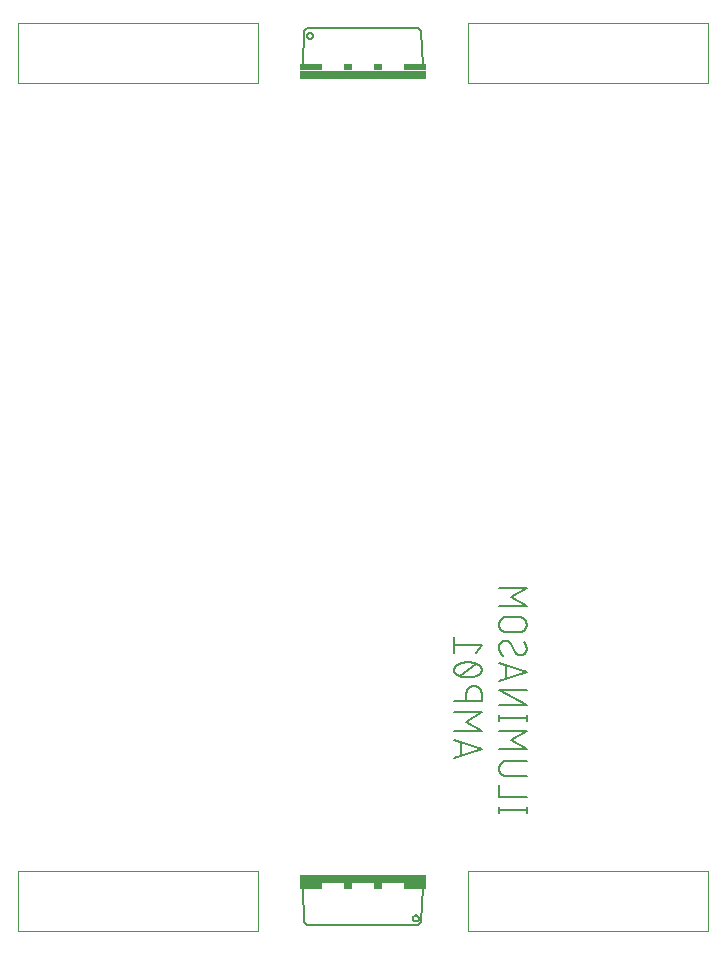
<source format=gbr>
G04 EAGLE Gerber RS-274X export*
G75*
%MOMM*%
%FSLAX34Y34*%
%LPD*%
%INSilkscreen Bottom*%
%IPPOS*%
%AMOC8*
5,1,8,0,0,1.08239X$1,22.5*%
G01*
%ADD10C,0.203200*%
%ADD11C,0.152400*%
%ADD12R,10.668000X0.762000*%
%ADD13R,1.905000X0.508000*%
%ADD14R,0.762000X0.508000*%
%ADD15C,0.101600*%


D10*
X468884Y143312D02*
X445516Y143312D01*
X445516Y140716D02*
X445516Y145909D01*
X468884Y145909D02*
X468884Y140716D01*
X468884Y154245D02*
X445516Y154245D01*
X445516Y164630D01*
X452007Y172315D02*
X468884Y172315D01*
X452007Y172315D02*
X451848Y172317D01*
X451689Y172323D01*
X451529Y172333D01*
X451371Y172346D01*
X451212Y172364D01*
X451055Y172385D01*
X450897Y172411D01*
X450741Y172440D01*
X450585Y172473D01*
X450430Y172510D01*
X450276Y172550D01*
X450123Y172595D01*
X449971Y172643D01*
X449820Y172694D01*
X449671Y172750D01*
X449523Y172809D01*
X449377Y172872D01*
X449232Y172938D01*
X449089Y173008D01*
X448947Y173081D01*
X448808Y173158D01*
X448670Y173238D01*
X448534Y173322D01*
X448401Y173409D01*
X448269Y173499D01*
X448140Y173592D01*
X448014Y173689D01*
X447889Y173788D01*
X447767Y173891D01*
X447648Y173996D01*
X447531Y174105D01*
X447417Y174216D01*
X447306Y174330D01*
X447197Y174447D01*
X447092Y174566D01*
X446989Y174688D01*
X446890Y174813D01*
X446793Y174939D01*
X446700Y175068D01*
X446610Y175200D01*
X446523Y175333D01*
X446439Y175469D01*
X446359Y175607D01*
X446282Y175746D01*
X446209Y175888D01*
X446139Y176031D01*
X446073Y176176D01*
X446010Y176322D01*
X445951Y176470D01*
X445895Y176619D01*
X445844Y176770D01*
X445796Y176922D01*
X445751Y177075D01*
X445711Y177229D01*
X445674Y177384D01*
X445641Y177540D01*
X445612Y177696D01*
X445586Y177854D01*
X445565Y178011D01*
X445547Y178170D01*
X445534Y178328D01*
X445524Y178488D01*
X445518Y178647D01*
X445516Y178806D01*
X445518Y178965D01*
X445524Y179124D01*
X445534Y179284D01*
X445547Y179442D01*
X445565Y179601D01*
X445586Y179758D01*
X445612Y179916D01*
X445641Y180072D01*
X445674Y180228D01*
X445711Y180383D01*
X445751Y180537D01*
X445796Y180690D01*
X445844Y180842D01*
X445895Y180993D01*
X445951Y181142D01*
X446010Y181290D01*
X446073Y181436D01*
X446139Y181581D01*
X446209Y181724D01*
X446282Y181866D01*
X446359Y182005D01*
X446439Y182143D01*
X446523Y182279D01*
X446610Y182412D01*
X446700Y182544D01*
X446793Y182673D01*
X446890Y182799D01*
X446989Y182924D01*
X447092Y183046D01*
X447197Y183165D01*
X447306Y183282D01*
X447417Y183396D01*
X447531Y183507D01*
X447648Y183616D01*
X447767Y183721D01*
X447889Y183824D01*
X448014Y183923D01*
X448140Y184020D01*
X448269Y184113D01*
X448401Y184203D01*
X448534Y184290D01*
X448670Y184374D01*
X448808Y184454D01*
X448947Y184531D01*
X449089Y184604D01*
X449232Y184674D01*
X449377Y184740D01*
X449523Y184803D01*
X449671Y184862D01*
X449820Y184918D01*
X449971Y184969D01*
X450123Y185017D01*
X450276Y185062D01*
X450430Y185102D01*
X450585Y185139D01*
X450741Y185172D01*
X450897Y185201D01*
X451055Y185227D01*
X451212Y185248D01*
X451371Y185266D01*
X451529Y185279D01*
X451689Y185289D01*
X451848Y185295D01*
X452007Y185297D01*
X468884Y185297D01*
X468884Y194680D02*
X445516Y194680D01*
X455902Y202469D02*
X468884Y194680D01*
X455902Y202469D02*
X468884Y210258D01*
X445516Y210258D01*
X445516Y221260D02*
X468884Y221260D01*
X445516Y218663D02*
X445516Y223856D01*
X468884Y223856D02*
X468884Y218663D01*
X468884Y232168D02*
X445516Y232168D01*
X445516Y245150D02*
X468884Y232168D01*
X468884Y245150D02*
X445516Y245150D01*
X445516Y252444D02*
X468884Y260233D01*
X445516Y268023D01*
X451358Y266075D02*
X451358Y254391D01*
X445516Y281715D02*
X445518Y281858D01*
X445524Y282001D01*
X445534Y282144D01*
X445548Y282286D01*
X445565Y282428D01*
X445587Y282570D01*
X445612Y282711D01*
X445642Y282851D01*
X445675Y282990D01*
X445712Y283128D01*
X445753Y283265D01*
X445797Y283401D01*
X445846Y283536D01*
X445898Y283669D01*
X445953Y283801D01*
X446013Y283931D01*
X446076Y284060D01*
X446142Y284187D01*
X446212Y284312D01*
X446285Y284434D01*
X446362Y284555D01*
X446442Y284674D01*
X446525Y284790D01*
X446611Y284905D01*
X446700Y285016D01*
X446793Y285126D01*
X446888Y285232D01*
X446987Y285336D01*
X447088Y285437D01*
X447192Y285536D01*
X447298Y285631D01*
X447408Y285724D01*
X447519Y285813D01*
X447634Y285899D01*
X447750Y285982D01*
X447869Y286062D01*
X447990Y286139D01*
X448113Y286212D01*
X448237Y286282D01*
X448364Y286348D01*
X448493Y286411D01*
X448623Y286471D01*
X448755Y286526D01*
X448888Y286578D01*
X449023Y286627D01*
X449159Y286671D01*
X449296Y286712D01*
X449434Y286749D01*
X449573Y286782D01*
X449713Y286812D01*
X449854Y286837D01*
X449996Y286859D01*
X450138Y286876D01*
X450280Y286890D01*
X450423Y286900D01*
X450566Y286906D01*
X450709Y286908D01*
X445516Y281715D02*
X445519Y281453D01*
X445529Y281190D01*
X445544Y280928D01*
X445566Y280667D01*
X445594Y280406D01*
X445629Y280146D01*
X445670Y279886D01*
X445716Y279628D01*
X445769Y279371D01*
X445829Y279115D01*
X445894Y278861D01*
X445965Y278608D01*
X446042Y278358D01*
X446126Y278109D01*
X446215Y277862D01*
X446310Y277617D01*
X446411Y277375D01*
X446518Y277135D01*
X446630Y276898D01*
X446748Y276664D01*
X446872Y276432D01*
X447001Y276204D01*
X447136Y275978D01*
X447276Y275756D01*
X447421Y275537D01*
X447571Y275322D01*
X447727Y275111D01*
X447887Y274903D01*
X448053Y274699D01*
X448223Y274500D01*
X448398Y274304D01*
X448577Y274113D01*
X448762Y273926D01*
X463691Y274574D02*
X463834Y274576D01*
X463977Y274582D01*
X464120Y274592D01*
X464262Y274606D01*
X464404Y274623D01*
X464546Y274645D01*
X464687Y274670D01*
X464827Y274700D01*
X464966Y274733D01*
X465104Y274770D01*
X465241Y274811D01*
X465377Y274855D01*
X465512Y274904D01*
X465645Y274956D01*
X465777Y275011D01*
X465907Y275071D01*
X466036Y275134D01*
X466163Y275200D01*
X466288Y275270D01*
X466410Y275343D01*
X466531Y275420D01*
X466650Y275500D01*
X466766Y275583D01*
X466881Y275669D01*
X466992Y275758D01*
X467102Y275851D01*
X467208Y275946D01*
X467312Y276045D01*
X467413Y276146D01*
X467512Y276250D01*
X467607Y276356D01*
X467700Y276466D01*
X467789Y276577D01*
X467875Y276692D01*
X467959Y276808D01*
X468038Y276927D01*
X468115Y277048D01*
X468188Y277171D01*
X468258Y277295D01*
X468324Y277422D01*
X468387Y277551D01*
X468447Y277681D01*
X468502Y277813D01*
X468554Y277946D01*
X468603Y278081D01*
X468647Y278217D01*
X468688Y278354D01*
X468725Y278492D01*
X468758Y278631D01*
X468788Y278771D01*
X468813Y278912D01*
X468835Y279054D01*
X468852Y279196D01*
X468866Y279338D01*
X468876Y279481D01*
X468882Y279624D01*
X468884Y279767D01*
X468881Y279999D01*
X468873Y280231D01*
X468859Y280463D01*
X468840Y280694D01*
X468815Y280925D01*
X468785Y281155D01*
X468749Y281384D01*
X468708Y281612D01*
X468661Y281840D01*
X468609Y282066D01*
X468551Y282291D01*
X468488Y282514D01*
X468420Y282736D01*
X468347Y282956D01*
X468268Y283174D01*
X468185Y283391D01*
X468096Y283605D01*
X468002Y283817D01*
X467903Y284027D01*
X467799Y284235D01*
X467690Y284439D01*
X467576Y284642D01*
X467457Y284841D01*
X467334Y285038D01*
X467206Y285231D01*
X467074Y285422D01*
X466937Y285609D01*
X459147Y277170D02*
X459222Y277047D01*
X459300Y276926D01*
X459382Y276807D01*
X459466Y276691D01*
X459554Y276577D01*
X459645Y276465D01*
X459739Y276355D01*
X459836Y276249D01*
X459936Y276145D01*
X460038Y276044D01*
X460144Y275945D01*
X460252Y275850D01*
X460362Y275757D01*
X460475Y275668D01*
X460591Y275582D01*
X460708Y275498D01*
X460828Y275419D01*
X460950Y275342D01*
X461074Y275269D01*
X461200Y275199D01*
X461328Y275133D01*
X461458Y275070D01*
X461589Y275011D01*
X461722Y274955D01*
X461857Y274903D01*
X461993Y274855D01*
X462130Y274810D01*
X462268Y274770D01*
X462407Y274733D01*
X462547Y274699D01*
X462688Y274670D01*
X462830Y274645D01*
X462973Y274623D01*
X463116Y274605D01*
X463259Y274592D01*
X463403Y274582D01*
X463547Y274576D01*
X463691Y274574D01*
X455253Y284311D02*
X455178Y284434D01*
X455100Y284555D01*
X455018Y284674D01*
X454934Y284790D01*
X454846Y284904D01*
X454755Y285016D01*
X454661Y285125D01*
X454564Y285232D01*
X454464Y285336D01*
X454362Y285437D01*
X454256Y285536D01*
X454148Y285631D01*
X454038Y285724D01*
X453925Y285813D01*
X453810Y285899D01*
X453692Y285982D01*
X453572Y286062D01*
X453450Y286139D01*
X453326Y286212D01*
X453200Y286282D01*
X453072Y286348D01*
X452942Y286411D01*
X452811Y286470D01*
X452678Y286526D01*
X452543Y286578D01*
X452407Y286626D01*
X452270Y286671D01*
X452132Y286711D01*
X451993Y286748D01*
X451853Y286782D01*
X451712Y286811D01*
X451570Y286836D01*
X451427Y286858D01*
X451284Y286876D01*
X451141Y286889D01*
X450997Y286899D01*
X450853Y286905D01*
X450709Y286907D01*
X455253Y284311D02*
X459147Y277171D01*
X462393Y294108D02*
X452007Y294108D01*
X462393Y294108D02*
X462552Y294110D01*
X462711Y294116D01*
X462871Y294126D01*
X463029Y294139D01*
X463188Y294157D01*
X463345Y294178D01*
X463503Y294204D01*
X463659Y294233D01*
X463815Y294266D01*
X463970Y294303D01*
X464124Y294343D01*
X464277Y294388D01*
X464429Y294436D01*
X464580Y294487D01*
X464729Y294543D01*
X464877Y294602D01*
X465023Y294665D01*
X465168Y294731D01*
X465311Y294801D01*
X465453Y294874D01*
X465592Y294951D01*
X465730Y295031D01*
X465866Y295115D01*
X465999Y295202D01*
X466131Y295292D01*
X466260Y295385D01*
X466386Y295482D01*
X466511Y295581D01*
X466633Y295684D01*
X466752Y295789D01*
X466869Y295898D01*
X466983Y296009D01*
X467094Y296123D01*
X467203Y296240D01*
X467308Y296359D01*
X467411Y296481D01*
X467510Y296606D01*
X467607Y296732D01*
X467700Y296861D01*
X467790Y296993D01*
X467877Y297126D01*
X467961Y297262D01*
X468041Y297400D01*
X468118Y297539D01*
X468191Y297681D01*
X468261Y297824D01*
X468327Y297969D01*
X468390Y298115D01*
X468449Y298263D01*
X468505Y298412D01*
X468556Y298563D01*
X468604Y298715D01*
X468649Y298868D01*
X468689Y299022D01*
X468726Y299177D01*
X468759Y299333D01*
X468788Y299489D01*
X468814Y299647D01*
X468835Y299804D01*
X468853Y299963D01*
X468866Y300121D01*
X468876Y300281D01*
X468882Y300440D01*
X468884Y300599D01*
X468882Y300758D01*
X468876Y300917D01*
X468866Y301077D01*
X468853Y301235D01*
X468835Y301394D01*
X468814Y301551D01*
X468788Y301709D01*
X468759Y301865D01*
X468726Y302021D01*
X468689Y302176D01*
X468649Y302330D01*
X468604Y302483D01*
X468556Y302635D01*
X468505Y302786D01*
X468449Y302935D01*
X468390Y303083D01*
X468327Y303229D01*
X468261Y303374D01*
X468191Y303517D01*
X468118Y303659D01*
X468041Y303798D01*
X467961Y303936D01*
X467877Y304072D01*
X467790Y304205D01*
X467700Y304337D01*
X467607Y304466D01*
X467510Y304592D01*
X467411Y304717D01*
X467308Y304839D01*
X467203Y304958D01*
X467094Y305075D01*
X466983Y305189D01*
X466869Y305300D01*
X466752Y305409D01*
X466633Y305514D01*
X466511Y305617D01*
X466386Y305716D01*
X466260Y305813D01*
X466131Y305906D01*
X465999Y305996D01*
X465866Y306083D01*
X465730Y306167D01*
X465592Y306247D01*
X465453Y306324D01*
X465311Y306397D01*
X465168Y306467D01*
X465023Y306533D01*
X464877Y306596D01*
X464729Y306655D01*
X464580Y306711D01*
X464429Y306762D01*
X464277Y306810D01*
X464124Y306855D01*
X463970Y306895D01*
X463815Y306932D01*
X463659Y306965D01*
X463503Y306994D01*
X463345Y307020D01*
X463188Y307041D01*
X463029Y307059D01*
X462871Y307072D01*
X462711Y307082D01*
X462552Y307088D01*
X462393Y307090D01*
X452007Y307090D01*
X451848Y307088D01*
X451689Y307082D01*
X451529Y307072D01*
X451371Y307059D01*
X451212Y307041D01*
X451055Y307020D01*
X450897Y306994D01*
X450741Y306965D01*
X450585Y306932D01*
X450430Y306895D01*
X450276Y306855D01*
X450123Y306810D01*
X449971Y306762D01*
X449820Y306711D01*
X449671Y306655D01*
X449523Y306596D01*
X449377Y306533D01*
X449232Y306467D01*
X449089Y306397D01*
X448947Y306324D01*
X448808Y306247D01*
X448670Y306167D01*
X448534Y306083D01*
X448401Y305996D01*
X448269Y305906D01*
X448140Y305813D01*
X448014Y305716D01*
X447889Y305617D01*
X447767Y305514D01*
X447648Y305409D01*
X447531Y305300D01*
X447417Y305189D01*
X447306Y305075D01*
X447197Y304958D01*
X447092Y304839D01*
X446989Y304717D01*
X446890Y304592D01*
X446793Y304466D01*
X446700Y304337D01*
X446610Y304205D01*
X446523Y304072D01*
X446439Y303936D01*
X446359Y303798D01*
X446282Y303659D01*
X446209Y303517D01*
X446139Y303374D01*
X446073Y303229D01*
X446010Y303083D01*
X445951Y302935D01*
X445895Y302786D01*
X445844Y302635D01*
X445796Y302483D01*
X445751Y302330D01*
X445711Y302176D01*
X445674Y302021D01*
X445641Y301865D01*
X445612Y301709D01*
X445586Y301551D01*
X445565Y301394D01*
X445547Y301235D01*
X445534Y301077D01*
X445524Y300917D01*
X445518Y300758D01*
X445516Y300599D01*
X445518Y300440D01*
X445524Y300281D01*
X445534Y300121D01*
X445547Y299963D01*
X445565Y299804D01*
X445586Y299647D01*
X445612Y299489D01*
X445641Y299333D01*
X445674Y299177D01*
X445711Y299022D01*
X445751Y298868D01*
X445796Y298715D01*
X445844Y298563D01*
X445895Y298412D01*
X445951Y298263D01*
X446010Y298115D01*
X446073Y297969D01*
X446139Y297824D01*
X446209Y297681D01*
X446282Y297539D01*
X446359Y297400D01*
X446439Y297262D01*
X446523Y297126D01*
X446610Y296993D01*
X446700Y296861D01*
X446793Y296732D01*
X446890Y296606D01*
X446989Y296481D01*
X447092Y296359D01*
X447197Y296240D01*
X447306Y296123D01*
X447417Y296009D01*
X447531Y295898D01*
X447648Y295789D01*
X447767Y295684D01*
X447889Y295581D01*
X448014Y295482D01*
X448140Y295385D01*
X448269Y295292D01*
X448401Y295202D01*
X448534Y295115D01*
X448670Y295031D01*
X448808Y294951D01*
X448947Y294874D01*
X449089Y294801D01*
X449232Y294731D01*
X449377Y294665D01*
X449523Y294602D01*
X449671Y294543D01*
X449820Y294487D01*
X449971Y294436D01*
X450123Y294388D01*
X450276Y294343D01*
X450430Y294303D01*
X450585Y294266D01*
X450741Y294233D01*
X450897Y294204D01*
X451055Y294178D01*
X451212Y294157D01*
X451371Y294139D01*
X451529Y294126D01*
X451689Y294116D01*
X451848Y294110D01*
X452007Y294108D01*
X445516Y315776D02*
X468884Y315776D01*
X455902Y323566D01*
X468884Y331355D01*
X445516Y331355D01*
X430784Y195322D02*
X407416Y187533D01*
X407416Y203111D02*
X430784Y195322D01*
X413258Y201164D02*
X413258Y189480D01*
X407416Y210499D02*
X430784Y210499D01*
X417802Y218289D01*
X430784Y226078D01*
X407416Y226078D01*
X407416Y235608D02*
X430784Y235608D01*
X430784Y242099D01*
X430782Y242258D01*
X430776Y242417D01*
X430766Y242577D01*
X430753Y242735D01*
X430735Y242894D01*
X430714Y243051D01*
X430688Y243209D01*
X430659Y243365D01*
X430626Y243521D01*
X430589Y243676D01*
X430549Y243830D01*
X430504Y243983D01*
X430456Y244135D01*
X430405Y244286D01*
X430349Y244435D01*
X430290Y244583D01*
X430227Y244729D01*
X430161Y244874D01*
X430091Y245017D01*
X430018Y245159D01*
X429941Y245298D01*
X429861Y245436D01*
X429777Y245572D01*
X429690Y245705D01*
X429600Y245837D01*
X429507Y245966D01*
X429410Y246092D01*
X429311Y246217D01*
X429208Y246339D01*
X429103Y246458D01*
X428994Y246575D01*
X428883Y246689D01*
X428769Y246800D01*
X428652Y246909D01*
X428533Y247014D01*
X428411Y247117D01*
X428286Y247216D01*
X428160Y247313D01*
X428031Y247406D01*
X427899Y247496D01*
X427766Y247583D01*
X427630Y247667D01*
X427492Y247747D01*
X427353Y247824D01*
X427211Y247897D01*
X427068Y247967D01*
X426923Y248033D01*
X426777Y248096D01*
X426629Y248155D01*
X426480Y248211D01*
X426329Y248262D01*
X426177Y248310D01*
X426024Y248355D01*
X425870Y248395D01*
X425715Y248432D01*
X425559Y248465D01*
X425403Y248494D01*
X425245Y248520D01*
X425088Y248541D01*
X424929Y248559D01*
X424771Y248572D01*
X424611Y248582D01*
X424452Y248588D01*
X424293Y248590D01*
X424134Y248588D01*
X423975Y248582D01*
X423815Y248572D01*
X423657Y248559D01*
X423498Y248541D01*
X423341Y248520D01*
X423183Y248494D01*
X423027Y248465D01*
X422871Y248432D01*
X422716Y248395D01*
X422562Y248355D01*
X422409Y248310D01*
X422257Y248262D01*
X422106Y248211D01*
X421957Y248155D01*
X421809Y248096D01*
X421663Y248033D01*
X421518Y247967D01*
X421375Y247897D01*
X421233Y247824D01*
X421094Y247747D01*
X420956Y247667D01*
X420820Y247583D01*
X420687Y247496D01*
X420555Y247406D01*
X420426Y247313D01*
X420300Y247216D01*
X420175Y247117D01*
X420053Y247014D01*
X419934Y246909D01*
X419817Y246800D01*
X419703Y246689D01*
X419592Y246575D01*
X419483Y246458D01*
X419378Y246339D01*
X419275Y246217D01*
X419176Y246092D01*
X419079Y245966D01*
X418986Y245837D01*
X418896Y245705D01*
X418809Y245572D01*
X418725Y245436D01*
X418645Y245298D01*
X418568Y245159D01*
X418495Y245017D01*
X418425Y244874D01*
X418359Y244729D01*
X418296Y244583D01*
X418237Y244435D01*
X418181Y244286D01*
X418130Y244135D01*
X418082Y243983D01*
X418037Y243830D01*
X417997Y243676D01*
X417960Y243521D01*
X417927Y243365D01*
X417898Y243209D01*
X417872Y243051D01*
X417851Y242894D01*
X417833Y242735D01*
X417820Y242577D01*
X417810Y242417D01*
X417804Y242258D01*
X417802Y242099D01*
X417802Y235608D01*
X419100Y255643D02*
X419560Y255648D01*
X420019Y255665D01*
X420478Y255692D01*
X420936Y255731D01*
X421393Y255780D01*
X421849Y255840D01*
X422303Y255911D01*
X422756Y255993D01*
X423206Y256086D01*
X423654Y256189D01*
X424099Y256303D01*
X424542Y256428D01*
X424981Y256563D01*
X425417Y256709D01*
X425849Y256865D01*
X426278Y257031D01*
X426703Y257207D01*
X427123Y257394D01*
X427538Y257590D01*
X427539Y257591D02*
X427666Y257636D01*
X427792Y257686D01*
X427917Y257738D01*
X428040Y257795D01*
X428162Y257855D01*
X428281Y257918D01*
X428399Y257984D01*
X428515Y258054D01*
X428629Y258127D01*
X428741Y258203D01*
X428851Y258283D01*
X428958Y258365D01*
X429063Y258451D01*
X429166Y258539D01*
X429266Y258630D01*
X429364Y258724D01*
X429458Y258821D01*
X429550Y258920D01*
X429640Y259022D01*
X429726Y259126D01*
X429809Y259233D01*
X429889Y259342D01*
X429967Y259454D01*
X430040Y259567D01*
X430111Y259682D01*
X430179Y259800D01*
X430243Y259919D01*
X430304Y260040D01*
X430361Y260163D01*
X430415Y260287D01*
X430465Y260413D01*
X430512Y260540D01*
X430555Y260668D01*
X430594Y260798D01*
X430630Y260928D01*
X430662Y261060D01*
X430691Y261192D01*
X430715Y261325D01*
X430736Y261459D01*
X430753Y261594D01*
X430767Y261728D01*
X430776Y261863D01*
X430782Y261999D01*
X430784Y262134D01*
X430782Y262269D01*
X430776Y262405D01*
X430767Y262540D01*
X430753Y262675D01*
X430736Y262809D01*
X430715Y262943D01*
X430691Y263076D01*
X430662Y263208D01*
X430630Y263340D01*
X430594Y263470D01*
X430555Y263600D01*
X430512Y263728D01*
X430465Y263855D01*
X430415Y263981D01*
X430361Y264105D01*
X430304Y264228D01*
X430243Y264349D01*
X430179Y264468D01*
X430111Y264586D01*
X430040Y264701D01*
X429966Y264814D01*
X429889Y264926D01*
X429809Y265035D01*
X429726Y265142D01*
X429640Y265246D01*
X429550Y265348D01*
X429458Y265447D01*
X429364Y265544D01*
X429266Y265638D01*
X429166Y265729D01*
X429063Y265817D01*
X428958Y265903D01*
X428851Y265985D01*
X428741Y266065D01*
X428629Y266141D01*
X428515Y266214D01*
X428399Y266284D01*
X428281Y266350D01*
X428162Y266413D01*
X428040Y266473D01*
X427917Y266530D01*
X427792Y266582D01*
X427666Y266632D01*
X427539Y266677D01*
X427539Y266678D02*
X427123Y266874D01*
X426703Y267061D01*
X426278Y267237D01*
X425850Y267403D01*
X425417Y267559D01*
X424981Y267705D01*
X424542Y267840D01*
X424099Y267965D01*
X423654Y268079D01*
X423206Y268182D01*
X422756Y268275D01*
X422303Y268357D01*
X421849Y268428D01*
X421393Y268488D01*
X420936Y268537D01*
X420478Y268576D01*
X420019Y268603D01*
X419560Y268620D01*
X419100Y268625D01*
X419100Y255643D02*
X418640Y255648D01*
X418181Y255665D01*
X417722Y255692D01*
X417264Y255731D01*
X416807Y255780D01*
X416351Y255840D01*
X415897Y255911D01*
X415445Y255993D01*
X414994Y256086D01*
X414546Y256189D01*
X414101Y256303D01*
X413658Y256428D01*
X413219Y256563D01*
X412783Y256709D01*
X412351Y256865D01*
X411922Y257031D01*
X411497Y257207D01*
X411077Y257394D01*
X410662Y257590D01*
X410661Y257591D02*
X410534Y257636D01*
X410408Y257686D01*
X410283Y257738D01*
X410160Y257795D01*
X410038Y257855D01*
X409919Y257918D01*
X409801Y257984D01*
X409685Y258054D01*
X409571Y258127D01*
X409459Y258203D01*
X409349Y258283D01*
X409242Y258365D01*
X409137Y258451D01*
X409034Y258539D01*
X408934Y258630D01*
X408836Y258724D01*
X408742Y258821D01*
X408650Y258920D01*
X408560Y259022D01*
X408474Y259127D01*
X408391Y259233D01*
X408311Y259342D01*
X408233Y259454D01*
X408160Y259567D01*
X408089Y259682D01*
X408021Y259800D01*
X407957Y259919D01*
X407896Y260040D01*
X407839Y260163D01*
X407785Y260287D01*
X407735Y260413D01*
X407688Y260540D01*
X407645Y260668D01*
X407606Y260798D01*
X407570Y260928D01*
X407538Y261060D01*
X407509Y261192D01*
X407485Y261325D01*
X407464Y261459D01*
X407447Y261594D01*
X407433Y261728D01*
X407424Y261863D01*
X407418Y261999D01*
X407416Y262134D01*
X410662Y266678D02*
X411077Y266874D01*
X411497Y267061D01*
X411922Y267237D01*
X412350Y267403D01*
X412783Y267559D01*
X413219Y267705D01*
X413658Y267840D01*
X414101Y267965D01*
X414546Y268079D01*
X414994Y268182D01*
X415444Y268275D01*
X415897Y268357D01*
X416351Y268428D01*
X416807Y268488D01*
X417264Y268537D01*
X417722Y268576D01*
X418181Y268603D01*
X418640Y268620D01*
X419100Y268625D01*
X410661Y266677D02*
X410534Y266632D01*
X410408Y266582D01*
X410283Y266530D01*
X410160Y266473D01*
X410038Y266413D01*
X409919Y266350D01*
X409801Y266284D01*
X409685Y266214D01*
X409571Y266141D01*
X409459Y266065D01*
X409349Y265985D01*
X409242Y265903D01*
X409137Y265817D01*
X409034Y265729D01*
X408934Y265638D01*
X408836Y265544D01*
X408742Y265447D01*
X408650Y265348D01*
X408560Y265246D01*
X408474Y265142D01*
X408391Y265035D01*
X408311Y264926D01*
X408233Y264814D01*
X408160Y264701D01*
X408089Y264586D01*
X408021Y264468D01*
X407957Y264349D01*
X407896Y264228D01*
X407839Y264105D01*
X407785Y263981D01*
X407735Y263855D01*
X407688Y263728D01*
X407645Y263600D01*
X407606Y263470D01*
X407570Y263340D01*
X407538Y263208D01*
X407509Y263076D01*
X407485Y262943D01*
X407464Y262809D01*
X407447Y262674D01*
X407433Y262540D01*
X407424Y262405D01*
X407418Y262269D01*
X407416Y262134D01*
X412609Y256941D02*
X425591Y267327D01*
X425591Y276522D02*
X430784Y283013D01*
X407416Y283013D01*
X407416Y276522D02*
X407416Y289504D01*
D11*
X381000Y773430D02*
X379730Y802640D01*
X377190Y805180D01*
X283210Y805180D01*
X280670Y802640D01*
X279400Y773430D01*
X282702Y799084D02*
X282704Y799184D01*
X282710Y799285D01*
X282720Y799384D01*
X282734Y799484D01*
X282751Y799583D01*
X282773Y799681D01*
X282799Y799778D01*
X282828Y799874D01*
X282861Y799968D01*
X282898Y800062D01*
X282938Y800154D01*
X282982Y800244D01*
X283030Y800332D01*
X283081Y800419D01*
X283135Y800503D01*
X283193Y800585D01*
X283254Y800665D01*
X283318Y800742D01*
X283385Y800817D01*
X283455Y800889D01*
X283528Y800958D01*
X283603Y801024D01*
X283681Y801088D01*
X283761Y801148D01*
X283844Y801205D01*
X283929Y801258D01*
X284016Y801308D01*
X284105Y801355D01*
X284195Y801398D01*
X284287Y801438D01*
X284381Y801474D01*
X284476Y801506D01*
X284572Y801534D01*
X284670Y801559D01*
X284768Y801579D01*
X284867Y801596D01*
X284967Y801609D01*
X285066Y801618D01*
X285167Y801623D01*
X285267Y801624D01*
X285367Y801621D01*
X285468Y801614D01*
X285567Y801603D01*
X285667Y801588D01*
X285765Y801570D01*
X285863Y801547D01*
X285960Y801520D01*
X286055Y801490D01*
X286150Y801456D01*
X286243Y801418D01*
X286334Y801377D01*
X286424Y801332D01*
X286512Y801284D01*
X286598Y801232D01*
X286682Y801177D01*
X286763Y801118D01*
X286842Y801056D01*
X286919Y800992D01*
X286993Y800924D01*
X287064Y800853D01*
X287133Y800780D01*
X287198Y800704D01*
X287261Y800625D01*
X287320Y800544D01*
X287376Y800461D01*
X287429Y800376D01*
X287478Y800288D01*
X287524Y800199D01*
X287566Y800108D01*
X287605Y800015D01*
X287640Y799921D01*
X287671Y799826D01*
X287699Y799729D01*
X287722Y799632D01*
X287742Y799533D01*
X287758Y799434D01*
X287770Y799335D01*
X287778Y799234D01*
X287782Y799134D01*
X287782Y799034D01*
X287778Y798934D01*
X287770Y798833D01*
X287758Y798734D01*
X287742Y798635D01*
X287722Y798536D01*
X287699Y798439D01*
X287671Y798342D01*
X287640Y798247D01*
X287605Y798153D01*
X287566Y798060D01*
X287524Y797969D01*
X287478Y797880D01*
X287429Y797792D01*
X287376Y797707D01*
X287320Y797624D01*
X287261Y797543D01*
X287198Y797464D01*
X287133Y797388D01*
X287064Y797315D01*
X286993Y797244D01*
X286919Y797176D01*
X286842Y797112D01*
X286763Y797050D01*
X286682Y796991D01*
X286598Y796936D01*
X286512Y796884D01*
X286424Y796836D01*
X286334Y796791D01*
X286243Y796750D01*
X286150Y796712D01*
X286055Y796678D01*
X285960Y796648D01*
X285863Y796621D01*
X285765Y796598D01*
X285667Y796580D01*
X285567Y796565D01*
X285468Y796554D01*
X285367Y796547D01*
X285267Y796544D01*
X285167Y796545D01*
X285066Y796550D01*
X284967Y796559D01*
X284867Y796572D01*
X284768Y796589D01*
X284670Y796609D01*
X284572Y796634D01*
X284476Y796662D01*
X284381Y796694D01*
X284287Y796730D01*
X284195Y796770D01*
X284105Y796813D01*
X284016Y796860D01*
X283929Y796910D01*
X283844Y796963D01*
X283761Y797020D01*
X283681Y797080D01*
X283603Y797144D01*
X283528Y797210D01*
X283455Y797279D01*
X283385Y797351D01*
X283318Y797426D01*
X283254Y797503D01*
X283193Y797583D01*
X283135Y797665D01*
X283081Y797749D01*
X283030Y797836D01*
X282982Y797924D01*
X282938Y798014D01*
X282898Y798106D01*
X282861Y798200D01*
X282828Y798294D01*
X282799Y798390D01*
X282773Y798487D01*
X282751Y798585D01*
X282734Y798684D01*
X282720Y798784D01*
X282710Y798883D01*
X282704Y798984D01*
X282702Y799084D01*
D12*
X330200Y765810D03*
D13*
X286385Y772160D03*
D14*
X317500Y772160D03*
X342900Y772160D03*
D13*
X374015Y772160D03*
D11*
X279400Y77470D02*
X280670Y48260D01*
X283210Y45720D01*
X377190Y45720D01*
X379730Y48260D01*
X381000Y77470D01*
X372618Y51816D02*
X372620Y51916D01*
X372626Y52017D01*
X372636Y52116D01*
X372650Y52216D01*
X372667Y52315D01*
X372689Y52413D01*
X372715Y52510D01*
X372744Y52606D01*
X372777Y52700D01*
X372814Y52794D01*
X372854Y52886D01*
X372898Y52976D01*
X372946Y53064D01*
X372997Y53151D01*
X373051Y53235D01*
X373109Y53317D01*
X373170Y53397D01*
X373234Y53474D01*
X373301Y53549D01*
X373371Y53621D01*
X373444Y53690D01*
X373519Y53756D01*
X373597Y53820D01*
X373677Y53880D01*
X373760Y53937D01*
X373845Y53990D01*
X373932Y54040D01*
X374021Y54087D01*
X374111Y54130D01*
X374203Y54170D01*
X374297Y54206D01*
X374392Y54238D01*
X374488Y54266D01*
X374586Y54291D01*
X374684Y54311D01*
X374783Y54328D01*
X374883Y54341D01*
X374982Y54350D01*
X375083Y54355D01*
X375183Y54356D01*
X375283Y54353D01*
X375384Y54346D01*
X375483Y54335D01*
X375583Y54320D01*
X375681Y54302D01*
X375779Y54279D01*
X375876Y54252D01*
X375971Y54222D01*
X376066Y54188D01*
X376159Y54150D01*
X376250Y54109D01*
X376340Y54064D01*
X376428Y54016D01*
X376514Y53964D01*
X376598Y53909D01*
X376679Y53850D01*
X376758Y53788D01*
X376835Y53724D01*
X376909Y53656D01*
X376980Y53585D01*
X377049Y53512D01*
X377114Y53436D01*
X377177Y53357D01*
X377236Y53276D01*
X377292Y53193D01*
X377345Y53108D01*
X377394Y53020D01*
X377440Y52931D01*
X377482Y52840D01*
X377521Y52747D01*
X377556Y52653D01*
X377587Y52558D01*
X377615Y52461D01*
X377638Y52364D01*
X377658Y52265D01*
X377674Y52166D01*
X377686Y52067D01*
X377694Y51966D01*
X377698Y51866D01*
X377698Y51766D01*
X377694Y51666D01*
X377686Y51565D01*
X377674Y51466D01*
X377658Y51367D01*
X377638Y51268D01*
X377615Y51171D01*
X377587Y51074D01*
X377556Y50979D01*
X377521Y50885D01*
X377482Y50792D01*
X377440Y50701D01*
X377394Y50612D01*
X377345Y50524D01*
X377292Y50439D01*
X377236Y50356D01*
X377177Y50275D01*
X377114Y50196D01*
X377049Y50120D01*
X376980Y50047D01*
X376909Y49976D01*
X376835Y49908D01*
X376758Y49844D01*
X376679Y49782D01*
X376598Y49723D01*
X376514Y49668D01*
X376428Y49616D01*
X376340Y49568D01*
X376250Y49523D01*
X376159Y49482D01*
X376066Y49444D01*
X375971Y49410D01*
X375876Y49380D01*
X375779Y49353D01*
X375681Y49330D01*
X375583Y49312D01*
X375483Y49297D01*
X375384Y49286D01*
X375283Y49279D01*
X375183Y49276D01*
X375083Y49277D01*
X374982Y49282D01*
X374883Y49291D01*
X374783Y49304D01*
X374684Y49321D01*
X374586Y49341D01*
X374488Y49366D01*
X374392Y49394D01*
X374297Y49426D01*
X374203Y49462D01*
X374111Y49502D01*
X374021Y49545D01*
X373932Y49592D01*
X373845Y49642D01*
X373760Y49695D01*
X373677Y49752D01*
X373597Y49812D01*
X373519Y49876D01*
X373444Y49942D01*
X373371Y50011D01*
X373301Y50083D01*
X373234Y50158D01*
X373170Y50235D01*
X373109Y50315D01*
X373051Y50397D01*
X372997Y50481D01*
X372946Y50568D01*
X372898Y50656D01*
X372854Y50746D01*
X372814Y50838D01*
X372777Y50932D01*
X372744Y51026D01*
X372715Y51122D01*
X372689Y51219D01*
X372667Y51317D01*
X372650Y51416D01*
X372636Y51516D01*
X372626Y51615D01*
X372620Y51716D01*
X372618Y51816D01*
D12*
X330200Y85090D03*
D13*
X374015Y78740D03*
D14*
X342900Y78740D03*
X317500Y78740D03*
D13*
X286385Y78740D03*
D15*
X241300Y41275D02*
X38100Y41275D01*
X241300Y41275D02*
X241300Y92075D01*
X38100Y92075D01*
X38100Y41275D01*
X419100Y41275D02*
X622300Y41275D01*
X622300Y92075D01*
X419100Y92075D01*
X419100Y41275D01*
X241300Y809625D02*
X38100Y809625D01*
X38100Y758825D01*
X241300Y758825D01*
X241300Y809625D01*
X419100Y809625D02*
X622300Y809625D01*
X419100Y809625D02*
X419100Y758825D01*
X622300Y758825D01*
X622300Y809625D01*
M02*

</source>
